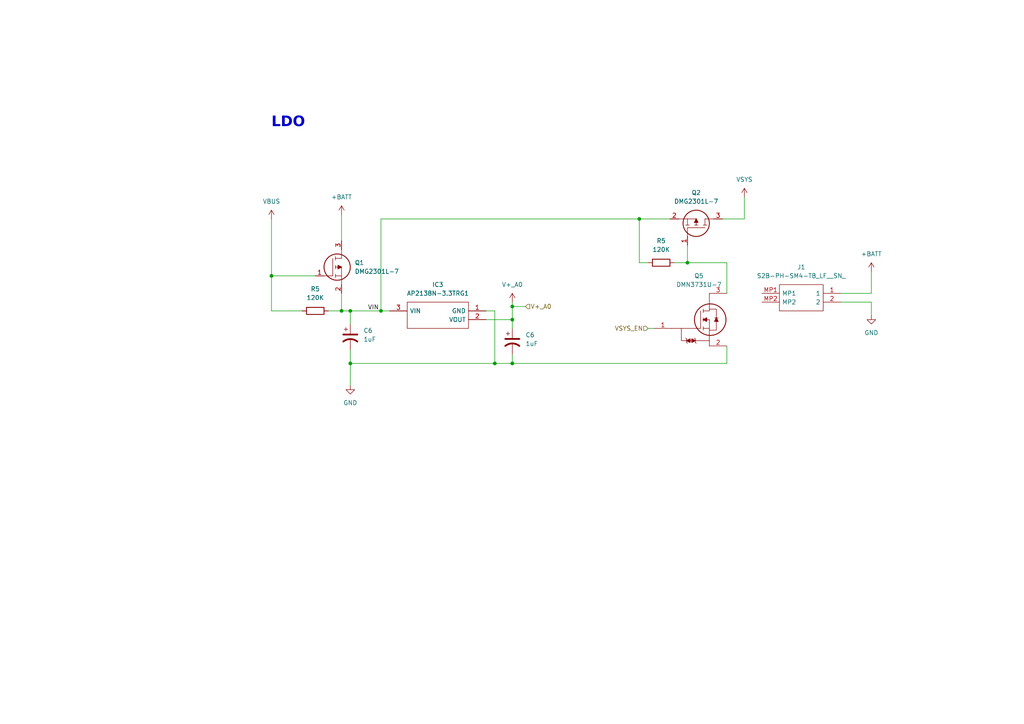
<source format=kicad_sch>
(kicad_sch (version 20230121) (generator eeschema)
  (paper "A4")
  (lib_symbols
    (symbol "AP2138N-3.3TRG1:AP2138N-3.3TRG1" (pin_names (offset 0.762))
      (property "Reference" "IC" (at 24.13 7.62 0))
      (property "Value" "AP2138N-3.3TRG1" (at 24.13 5.08 0))
      (symbol "AP2138N-3.3TRG1_0_0"
        (pin passive line (at 0 0 0) (length 5.08) (name "GND") (number "1"))
        (pin passive line (at 0 -2.54 0) (length 5.08) (name "VOUT") (number "2"))
        (pin passive line (at 27.94 0 180) (length 5.08) (name "VIN") (number "3"))
      )
      (symbol "AP2138N-3.3TRG1_0_1"
        (polyline (pts (xy 5.08 2.54) (xy 22.86 2.54) (xy 22.86 -5.08) (xy 5.08 -5.08) (xy 5.08 2.54)) (stroke (width 0.1524)))
      )
    )
    (symbol "DMG2301L-7:DMG2301L-7" (pin_names (offset 0.762))
      (property "Reference" "Q" (at 11.43 3.81 0))
      (property "Value" "DMG2301L-7" (at 11.43 1.27 0))
      (symbol "DMG2301L-7_0_0"
        (pin passive line (at 0 0 0) (length 2.54) (name "~") (number "1"))
        (pin passive line (at 7.62 -5.08 90) (length 2.54) (name "~") (number "2"))
        (pin passive line (at 7.62 10.16 270) (length 2.54) (name "~") (number "3"))
      )
      (symbol "DMG2301L-7_0_1"
        (polyline (pts (xy 5.842 -0.508) (xy 5.842 0.508)) (stroke (width 0.1524)))
        (polyline (pts (xy 5.842 0) (xy 7.62 0)) (stroke (width 0.1524)))
        (polyline (pts (xy 5.842 2.032) (xy 5.842 3.048)) (stroke (width 0.1524)))
        (polyline (pts (xy 5.842 5.588) (xy 5.842 4.572)) (stroke (width 0.1524)))
        (polyline (pts (xy 7.62 2.54) (xy 5.842 2.54)) (stroke (width 0.1524)))
        (polyline (pts (xy 7.62 2.54) (xy 7.62 -2.54)) (stroke (width 0.1524)))
        (polyline (pts (xy 7.62 5.08) (xy 5.842 5.08)) (stroke (width 0.1524)))
        (polyline (pts (xy 7.62 5.08) (xy 7.62 7.62)) (stroke (width 0.1524)))
        (polyline (pts (xy 2.54 0) (xy 5.08 0) (xy 5.08 5.08)) (stroke (width 0.1524)))
        (polyline (pts (xy 7.62 2.54) (xy 6.604 3.048) (xy 6.604 2.032) (xy 7.62 2.54)) (stroke (width 0.254)) (fill (type outline)))
        (circle (center 6.35 2.54) (radius 3.81) (stroke (width 0.254)))
      )
    )
    (symbol "DMN3731U-7:DMN3731U-7" (pin_names (offset 0.762))
      (property "Reference" "Q" (at 14.732 24.13 0))
      (property "Value" "DMN3731U-7" (at 14.732 21.59 0))
      (symbol "DMN3731U-7_0_0"
        (pin passive line (at -8.382 0 0) (length 5.08) (name "~") (number "1"))
        (pin passive line (at 12.7 -5.08 180) (length 5.08) (name "~") (number "2"))
        (pin passive line (at 12.7 10.16 180) (length 5.08) (name "~") (number "3"))
      )
      (symbol "DMN3731U-7_0_1"
        (polyline (pts (xy 1.016 -4.064) (xy 1.016 -3.048)) (stroke (width 0.1524)))
        (polyline (pts (xy 1.016 -4.064) (xy 1.27 -4.318)) (stroke (width 0.1524)))
        (polyline (pts (xy 1.016 -3.048) (xy 0.762 -2.794)) (stroke (width 0.1524)))
        (polyline (pts (xy 3.556 -4.064) (xy 3.556 -3.048)) (stroke (width 0.1524)))
        (polyline (pts (xy 3.556 -3.048) (xy 3.302 -2.794)) (stroke (width 0.1524)))
        (polyline (pts (xy 3.81 -4.318) (xy 3.556 -4.064)) (stroke (width 0.1524)))
        (polyline (pts (xy 5.842 -0.508) (xy 5.842 0.508)) (stroke (width 0.1524)))
        (polyline (pts (xy 5.842 0) (xy 7.62 0)) (stroke (width 0.1524)))
        (polyline (pts (xy 5.842 2.032) (xy 5.842 3.048)) (stroke (width 0.1524)))
        (polyline (pts (xy 5.842 5.588) (xy 5.842 4.572)) (stroke (width 0.1524)))
        (polyline (pts (xy 7.62 0) (xy 7.62 -5.08)) (stroke (width 0.1524)))
        (polyline (pts (xy 7.62 2.54) (xy 5.842 2.54)) (stroke (width 0.1524)))
        (polyline (pts (xy 7.62 2.54) (xy 7.62 0)) (stroke (width 0.1524)))
        (polyline (pts (xy 7.62 5.08) (xy 5.842 5.08)) (stroke (width 0.1524)))
        (polyline (pts (xy 7.62 10.16) (xy 7.62 5.08)) (stroke (width 0.1524)))
        (polyline (pts (xy 9.144 3.048) (xy 10.16 3.048)) (stroke (width 0.1524)))
        (polyline (pts (xy -3.302 0) (xy 5.08 0) (xy 5.08 5.08)) (stroke (width 0.1524)))
        (polyline (pts (xy 7.62 -3.556) (xy -0.508 -3.556) (xy -0.508 0)) (stroke (width 0.1524)))
        (polyline (pts (xy 9.652 2.032) (xy 9.652 -0.508) (xy 7.62 -0.508)) (stroke (width 0.1524)))
        (polyline (pts (xy 9.652 3.048) (xy 9.652 5.588) (xy 7.62 5.588)) (stroke (width 0.1524)))
        (polyline (pts (xy 1.016 -3.556) (xy 2.032 -4.064) (xy 2.032 -3.048) (xy 1.016 -3.556)) (stroke (width 0.254)) (fill (type outline)))
        (polyline (pts (xy 3.556 -3.556) (xy 2.54 -4.064) (xy 2.54 -3.048) (xy 3.556 -3.556)) (stroke (width 0.254)) (fill (type outline)))
        (polyline (pts (xy 5.842 2.54) (xy 6.858 2.032) (xy 6.858 3.048) (xy 5.842 2.54)) (stroke (width 0.254)) (fill (type outline)))
        (polyline (pts (xy 9.652 3.048) (xy 9.144 2.032) (xy 10.16 2.032) (xy 9.652 3.048)) (stroke (width 0.254)) (fill (type outline)))
        (circle (center 7.874 2.54) (radius 4.572) (stroke (width 0.254)))
      )
    )
    (symbol "Device:C_Polarized_US" (pin_numbers hide) (pin_names (offset 0.254) hide)
      (property "Reference" "C" (at 0.635 2.54 0))
      (property "Value" "C_Polarized_US" (at 0.635 -2.54 0))
      (symbol "C_Polarized_US_0_1"
        (polyline (pts (xy -2.032 0.762) (xy 2.032 0.762)) (stroke (width 0.508)))
        (polyline (pts (xy -1.778 2.286) (xy -0.762 2.286)))
        (polyline (pts (xy -1.27 1.778) (xy -1.27 2.794)))
        (arc (start 2.032 -1.27) (mid 0 -0.5572) (end -2.032 -1.27) (stroke (width 0.508)))
      )
      (symbol "C_Polarized_US_1_1"
        (pin passive line (at 0 3.81 270) (length 2.794) (name "~") (number "1"))
        (pin passive line (at 0 -3.81 90) (length 3.302) (name "~") (number "2"))
      )
    )
    (symbol "Device:R" (pin_numbers hide) (pin_names (offset 0))
      (property "Reference" "R" (at 2.032 0 90))
      (property "Value" "R" (at 0 0 90))
      (symbol "R_0_1"
        (rectangle (start -1.016 -2.54) (end 1.016 2.54) (stroke (width 0.254)))
      )
      (symbol "R_1_1"
        (pin passive line (at 0 3.81 270) (length 1.27) (name "~") (number "1"))
        (pin passive line (at 0 -3.81 90) (length 1.27) (name "~") (number "2"))
      )
    )
    (symbol "S2B-PH-SM4-TB_LF__SN_:S2B-PH-SM4-TB_LF__SN_" (pin_names (offset 0.762))
      (property "Reference" "J" (at 19.05 7.62 0))
      (property "Value" "S2B-PH-SM4-TB_LF__SN_" (at 19.05 5.08 0))
      (symbol "S2B-PH-SM4-TB_LF__SN__0_0"
        (pin passive line (at 0 -2.54 0) (length 5.08) (name "1") (number "1"))
        (pin passive line (at 0 0 0) (length 5.08) (name "2") (number "2"))
        (pin passive line (at 22.86 -2.54 180) (length 5.08) (name "MP1") (number "MP1"))
        (pin passive line (at 22.86 0 180) (length 5.08) (name "MP2") (number "MP2"))
      )
      (symbol "S2B-PH-SM4-TB_LF__SN__0_1"
        (polyline (pts (xy 5.08 2.54) (xy 17.78 2.54) (xy 17.78 -5.08) (xy 5.08 -5.08) (xy 5.08 2.54)) (stroke (width 0.1524)))
      )
    )
    (symbol "power:+BATT" (power) (pin_names (offset 0))
      (property "Value" "+BATT" (at 0 3.556 0))
      (symbol "+BATT_0_1"
        (polyline (pts (xy -0.762 1.27) (xy 0 2.54)))
        (polyline (pts (xy 0 0) (xy 0 2.54)))
        (polyline (pts (xy 0 2.54) (xy 0.762 1.27)))
      )
      (symbol "+BATT_1_1"
        (pin power_in line (at 0 0 90) (length 0) hide (name "+BATT") (number "1"))
      )
    )
    (symbol "power:GND" (power) (pin_names (offset 0))
      (property "Value" "GND" (at 0 -3.81 0))
      (symbol "GND_0_1"
        (polyline (pts (xy 0 0) (xy 0 -1.27) (xy 1.27 -1.27) (xy 0 -2.54) (xy -1.27 -1.27) (xy 0 -1.27)))
      )
      (symbol "GND_1_1"
        (pin power_in line (at 0 0 270) (length 0) hide (name "GND") (number "1"))
      )
    )
    (symbol "power:VBUS" (power) (pin_names (offset 0))
      (property "Value" "VBUS" (at 0 3.81 0))
      (symbol "VBUS_0_1"
        (polyline (pts (xy -0.762 1.27) (xy 0 2.54)))
        (polyline (pts (xy 0 0) (xy 0 2.54)))
        (polyline (pts (xy 0 2.54) (xy 0.762 1.27)))
      )
      (symbol "VBUS_1_1"
        (pin power_in line (at 0 0 90) (length 0) hide (name "VBUS") (number "1"))
      )
    )
    (symbol "power_vsys:V+_A0" (power) (pin_names (offset 0))
      (property "Value" "V+_A0" (at 0 3.81 0))
      (symbol "V+_A0_0_1"
        (polyline (pts (xy -0.762 1.27) (xy 0 2.54)))
        (polyline (pts (xy 0 0) (xy 0 2.54)))
        (polyline (pts (xy 0 2.54) (xy 0.762 1.27)))
      )
      (symbol "V+_A0_1_1"
        (pin power_in line (at 0 0 90) (length 0) hide (name "V+_A0") (number "1"))
      )
    )
    (symbol "power_vsys:VSYS" (power) (pin_names (offset 0))
      (property "Value" "VSYS" (at 0 3.81 0))
      (symbol "VSYS_0_1"
        (polyline (pts (xy -0.762 1.27) (xy 0 2.54)))
        (polyline (pts (xy 0 0) (xy 0 2.54)))
        (polyline (pts (xy 0 2.54) (xy 0.762 1.27)))
      )
      (symbol "VSYS_1_1"
        (pin power_in line (at 0 0 90) (length 0) hide (name "VSYS") (number "1"))
      )
    )
  )
  (junction (at 143.51 105.41))
  (junction (at 101.6 105.41))
  (junction (at 148.59 105.41))
  (junction (at 101.6 90.17))
  (junction (at 148.59 92.71))
  (junction (at 99.06 90.17))
  (junction (at 185.42 63.5))
  (junction (at 110.49 90.17))
  (junction (at 148.59 88.9))
  (junction (at 78.74 80.01))
  (junction (at 199.39 76.2))
  (wire (pts (xy 210.82 76.2) (xy 199.39 76.2)))
  (wire (pts (xy 99.06 62.23) (xy 99.06 69.85)))
  (wire (pts (xy 78.74 80.01) (xy 78.74 90.17)))
  (wire (pts (xy 78.74 80.01) (xy 91.44 80.01)))
  (wire (pts (xy 143.51 90.17) (xy 143.51 105.41)))
  (wire (pts (xy 243.84 85.09) (xy 252.73 85.09)))
  (wire (pts (xy 148.59 92.71) (xy 148.59 95.25)))
  (wire (pts (xy 215.9 63.5) (xy 215.9 57.15)))
  (wire (pts (xy 110.49 90.17) (xy 113.03 90.17)))
  (wire (pts (xy 252.73 85.09) (xy 252.73 78.74)))
  (wire (pts (xy 243.84 87.63) (xy 252.73 87.63)))
  (wire (pts (xy 199.39 76.2) (xy 195.58 76.2)))
  (wire (pts (xy 148.59 102.87) (xy 148.59 105.41)))
  (wire (pts (xy 148.59 105.41) (xy 210.82 105.41)))
  (wire (pts (xy 101.6 90.17) (xy 101.6 93.98)))
  (wire (pts (xy 95.25 90.17) (xy 99.06 90.17)))
  (wire (pts (xy 99.06 90.17) (xy 101.6 90.17)))
  (wire (pts (xy 187.96 95.25) (xy 189.738 95.25)))
  (wire (pts (xy 78.74 90.17) (xy 87.63 90.17)))
  (wire (pts (xy 252.73 87.63) (xy 252.73 91.44)))
  (wire (pts (xy 148.59 88.9) (xy 152.4 88.9)))
  (wire (pts (xy 140.97 92.71) (xy 148.59 92.71)))
  (wire (pts (xy 101.6 101.6) (xy 101.6 105.41)))
  (wire (pts (xy 209.55 63.5) (xy 215.9 63.5)))
  (wire (pts (xy 148.59 92.71) (xy 148.59 88.9)))
  (wire (pts (xy 143.51 105.41) (xy 148.59 105.41)))
  (wire (pts (xy 143.51 105.41) (xy 101.6 105.41)))
  (wire (pts (xy 185.42 76.2) (xy 185.42 63.5)))
  (wire (pts (xy 99.06 85.09) (xy 99.06 90.17)))
  (wire (pts (xy 185.42 63.5) (xy 194.31 63.5)))
  (wire (pts (xy 210.82 85.09) (xy 210.82 76.2)))
  (wire (pts (xy 199.39 71.12) (xy 199.39 76.2)))
  (wire (pts (xy 101.6 90.17) (xy 110.49 90.17)))
  (wire (pts (xy 140.97 90.17) (xy 143.51 90.17)))
  (wire (pts (xy 210.82 100.33) (xy 210.82 105.41)))
  (wire (pts (xy 148.59 88.9) (xy 148.59 87.63)))
  (wire (pts (xy 187.96 76.2) (xy 185.42 76.2)))
  (wire (pts (xy 78.74 63.5) (xy 78.74 80.01)))
  (wire (pts (xy 101.6 105.41) (xy 101.6 111.76)))
  (wire (pts (xy 110.49 63.5) (xy 110.49 90.17)))
  (wire (pts (xy 110.49 63.5) (xy 185.42 63.5)))
  (text "LDO" (at 78.74 38.1 0) (effects (font (size 3 3) (thickness 1) bold) (justify left bottom)))
  (label "VIN" (at 106.68 90.17 0))
  (hierarchical_label "VSYS_EN" (shape input) (at 187.96 95.25 180))
  (hierarchical_label "V+_A0" (shape input) (at 152.4 88.9 0))
  (symbol (lib_id "Device:R") (at 191.77 76.2 270) (unit 1)
    (property "Reference" "R5" (at 191.77 69.85 90))
    (property "Value" "120K" (at 191.77 72.39 90))
    (property "Footprint" "Resistor_SMD:R_0603_1608Metric" (effects hide))
    (property "Manufacturer_Part_Number" "0603WAF1203T5E" (effects hide))
    (instances (project "v0_3" (path "" (reference "R5") (unit 1)) (path "" (reference "R1") (unit 1))))
  )
  (symbol (lib_id "DMG2301L-7:DMG2301L-7") (at 199.39 71.12 270) (mirror x) (unit 1)
    (property "Reference" "Q2" (at 201.93 55.88 90))
    (property "Value" "DMG2301L-7" (at 201.93 58.42 90))
    (property "Footprint" "DMG2301L-7:SOT96P240X110-3N" (effects hide))
    (property "Datasheet" "https://www.mouser.com/datasheet/2/115/DMG2301L-959562.pdf" (effects hide))
    (property "Description" "MOSFET MOSFET BVDSS" (effects hide))
    (property "Height" "1.1" (effects hide))
    (property "Manufacturer_Name" "Diodes Inc." (effects hide))
    (property "Manufacturer_Part_Number" "DMG2301L-7" (effects hide))
    (property "Mouser Part Number" "621-DMG2301L-7" (effects hide))
    (property "Mouser Price/Stock" "https://www.mouser.co.uk/ProductDetail/Diodes-Incorporated/DMG2301L-7?qs=60RJRzIpcl8mqpUzCaZuxQ%3D%3D" (effects hide))
    (property "Arrow Part Number" "DMG2301L-7" (effects hide))
    (property "Arrow Price/Stock" "https://www.arrow.com/en/products/dmg2301l-7/diodes-incorporated?region=nac" (effects hide))
  )
  (symbol (lib_id "power_vsys:V+_A0") (at 148.59 87.63 0) (unit 1)
    (property "Reference" "#PWR04" (effects hide))
    (property "Value" "V+_A0" (at 148.59 82.55 0))
  )
  (symbol (lib_id "Device:R") (at 91.44 90.17 270) (unit 1)
    (property "Reference" "R5" (at 91.44 83.82 90))
    (property "Value" "120K" (at 91.44 86.36 90))
    (property "Footprint" "Resistor_SMD:R_0603_1608Metric" (effects hide))
    (property "Manufacturer_Part_Number" "0603WAF1203T5E" (effects hide))
    (instances (project "v0_3" (path "" (reference "R5") (unit 1)) (path "" (reference "R16") (unit 1))))
  )
  (symbol (lib_id "Device:C_Polarized_US") (at 101.6 97.79 0) (unit 1)
    (property "Reference" "C6" (at 105.41 95.885 0) (effects (justify left)))
    (property "Value" "1uF" (at 105.41 98.425 0) (effects (justify left)))
    (property "Footprint" "Capacitor_SMD:C_0603_1608Metric" (effects hide))
    (property "Manufacture" "CL10A105KO8NNNC" (effects hide))
    (instances (project "v0_3" (path "" (reference "C6") (unit 1)) (path "" (reference "C4") (unit 1)) (path "" (reference "C3") (unit 1))))
  )
  (symbol (lib_id "S2B-PH-SM4-TB_LF__SN_:S2B-PH-SM4-TB_LF__SN_") (at 243.84 87.63 180) (unit 1)
    (property "Reference" "J1" (at 232.41 77.47 0))
    (property "Value" "S2B-PH-SM4-TB_LF__SN_" (at 232.41 80.01 0))
    (property "Footprint" "S2B-PH-SM4-TB(LF)(SN):S2BPHSM4TBLFSN" (effects hide))
    (property "Datasheet" "https://www.jst-mfg.com/product/pdf/eng/ePH.pdf" (effects hide))
    (property "Description" "Conn Shrouded Header (4 Sides) HDR 2 POS 2mm Solder RA Side Entry SMD T/R" (effects hide))
    (property "Height" "6.6" (effects hide))
    (property "Manufacturer_Name" "JST (JAPAN SOLDERLESS TERMINALS)" (effects hide))
    (property "Manufacturer_Part_Number" "S2B-PH-SM4-TB(LF)(SN)" (effects hide))
    (property "Arrow Part Number" "S2B-PH-SM4-TB(LF)(SN)" (effects hide))
    (property "Arrow Price/Stock" "https://www.arrow.com/en/products/s2b-ph-sm4-tb-lf-sn/jst-manufacturing?region=europe" (effects hide))
  )
  (symbol (lib_id "Device:C_Polarized_US") (at 148.59 99.06 0) (unit 1)
    (property "Reference" "C6" (at 152.4 97.155 0) (effects (justify left)))
    (property "Value" "1uF" (at 152.4 99.695 0) (effects (justify left)))
    (property "Footprint" "Capacitor_SMD:C_0603_1608Metric" (effects hide))
    (property "Manufacture" "CL10A105KO8NNNC" (effects hide))
    (instances (project "v0_3" (path "" (reference "C6") (unit 1)) (path "" (reference "C4") (unit 1)) (path "" (reference "C1") (unit 1))))
  )
  (symbol (lib_id "power:GND") (at 252.73 91.44 0) (unit 1)
    (property "Reference" "#PWR017" (effects hide))
    (property "Value" "GND" (at 252.73 96.52 0))
  )
  (symbol (lib_id "power_vsys:VSYS") (at 215.9 57.15 0) (unit 1)
    (property "Reference" "#PWR05" (effects hide))
    (property "Value" "VSYS" (at 215.9 52.07 0))
  )
  (symbol (lib_id "DMN3731U-7:DMN3731U-7") (at 198.12 95.25 0) (unit 1)
    (property "Reference" "Q5" (at 202.7174 80.01 0))
    (property "Value" "DMN3731U-7" (at 202.7174 82.55 0))
    (property "Footprint" "DMN3731U-7:SOT96P240X110-3N" (effects hide))
    (property "Datasheet" "https://www.mouser.fr/datasheet/2/115/DMN3731U-1594715.pdf" (effects hide))
    (property "Description" "MOSFET MOSFET BVDSS: 25V-30V" (effects hide))
    (property "Height" "1.1" (effects hide))
    (property "Manufacturer_Name" "Diodes Inc." (effects hide))
    (property "Manufacturer_Part_Number" "DMN3731U-7" (effects hide))
    (property "Mouser Part Number" "621-DMN3731U-7" (effects hide))
    (property "Mouser Price/Stock" "https://www.mouser.co.uk/ProductDetail/Diodes-Incorporated/DMN3731U-7?qs=EBDBlbfErPyEqvOCBrONHQ%3D%3D" (effects hide))
  )
  (symbol (lib_id "power:+BATT") (at 252.73 78.74 0) (unit 1)
    (property "Reference" "#PWR016" (effects hide))
    (property "Value" "+BATT" (at 252.73 73.66 0))
  )
  (symbol (lib_id "power:+BATT") (at 99.06 62.23 0) (unit 1)
    (property "Reference" "#PWR02" (effects hide))
    (property "Value" "+BATT" (at 99.06 57.15 0))
  )
  (symbol (lib_id "DMG2301L-7:DMG2301L-7") (at 91.44 80.01 0) (unit 1)
    (property "Reference" "Q1" (at 102.87 76.2 0) (effects (justify left)))
    (property "Value" "DMG2301L-7" (at 102.87 78.74 0) (effects (justify left)))
    (property "Footprint" "DMG2301L-7:SOT96P240X110-3N" (effects hide))
    (property "Datasheet" "https://www.mouser.com/datasheet/2/115/DMG2301L-959562.pdf" (effects hide))
    (property "Description" "MOSFET MOSFET BVDSS" (effects hide))
    (property "Height" "1.1" (effects hide))
    (property "Manufacturer_Name" "Diodes Inc." (effects hide))
    (property "Manufacturer_Part_Number" "DMG2301L-7" (effects hide))
    (property "Mouser Part Number" "621-DMG2301L-7" (effects hide))
    (property "Mouser Price/Stock" "https://www.mouser.co.uk/ProductDetail/Diodes-Incorporated/DMG2301L-7?qs=60RJRzIpcl8mqpUzCaZuxQ%3D%3D" (effects hide))
    (property "Arrow Part Number" "DMG2301L-7" (effects hide))
    (property "Arrow Price/Stock" "https://www.arrow.com/en/products/dmg2301l-7/diodes-incorporated?region=nac" (effects hide))
  )
  (symbol (lib_id "AP2138N-3.3TRG1:AP2138N-3.3TRG1") (at 140.97 90.17 0) (mirror y) (unit 1)
    (property "Reference" "IC3" (at 127 82.55 0))
    (property "Value" "AP2138N-3.3TRG1" (at 127 85.09 0))
    (property "Footprint" "AP2138N-3.3TRG1:SOT95P282X145-3N" (effects hide))
    (property "Datasheet" "https://componentsearchengine.com/Datasheets/1/AP2138N-3.3TRG1.pdf" (effects hide))
    (property "Description" "250mA 3.3V Ultra Low IQ LDO Reg. SOT23 DiodesZetex AP2138N-3.3TRG1, Low Noise LDO Voltage Regulator, 250 (Min)mA, 3.3 V +/-2%, 2.5 to 6.6 Vin, 3-Pin SOT-23" (effects hide))
    (property "Height" "1.45" (effects hide))
    (property "Manufacturer_Name" "Diodes Inc." (effects hide))
    (property "Manufacturer_Part_Number" "AP2138N-3.3TRG1" (effects hide))
    (property "Mouser Part Number" "621-AP2138N-3.3TRG1" (effects hide))
    (property "Mouser Price/Stock" "https://www.mouser.co.uk/ProductDetail/Diodes-Incorporated/AP2138N-3.3TRG1?qs=x6A8l6qLYDBcz2C%2Fey6rCQ%3D%3D" (effects hide))
    (property "Arrow Part Number" "AP2138N-3.3TRG1" (effects hide))
    (property "Arrow Price/Stock" "https://www.arrow.com/en/products/ap2138n-3.3trg1/diodes-incorporated?region=nac" (effects hide))
  )
  (symbol (lib_id "power:GND") (at 101.6 111.76 0) (unit 1)
    (property "Reference" "#PWR03" (effects hide))
    (property "Value" "GND" (at 101.6 116.84 0))
  )
  (symbol (lib_id "power:VBUS") (at 78.74 63.5 0) (unit 1)
    (property "Reference" "#PWR01" (effects hide))
    (property "Value" "VBUS" (at 78.74 58.42 0))
  )
)
</source>
